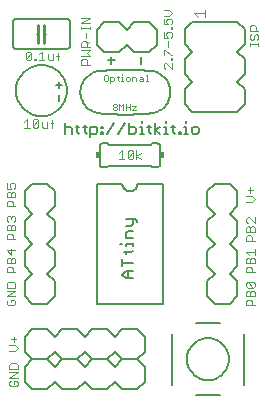
<source format=gto>
G75*
%MOIN*%
%OFA0B0*%
%FSLAX24Y24*%
%IPPOS*%
%LPD*%
%AMOC8*
5,1,8,0,0,1.08239X$1,22.5*
%
%ADD10C,0.0040*%
%ADD11C,0.0050*%
%ADD12C,0.0080*%
%ADD13C,0.0060*%
%ADD14C,0.0100*%
%ADD15C,0.0070*%
%ADD16R,0.0150X0.0200*%
%ADD17C,0.0030*%
D10*
X001126Y001145D02*
X001313Y001145D01*
X001360Y001192D01*
X001360Y001285D01*
X001313Y001332D01*
X001220Y001332D01*
X001220Y001238D01*
X001126Y001145D02*
X001080Y001192D01*
X001080Y001285D01*
X001126Y001332D01*
X001080Y001440D02*
X001360Y001626D01*
X001080Y001626D01*
X001080Y001734D02*
X001080Y001874D01*
X001126Y001921D01*
X001313Y001921D01*
X001360Y001874D01*
X001360Y001734D01*
X001080Y001734D01*
X001080Y001440D02*
X001360Y001440D01*
X001267Y002326D02*
X001080Y002326D01*
X001080Y002513D02*
X001267Y002513D01*
X001360Y002419D01*
X001267Y002326D01*
X001220Y002621D02*
X001220Y002807D01*
X001313Y002714D02*
X001126Y002714D01*
X001046Y003850D02*
X001000Y003897D01*
X001000Y003990D01*
X001046Y004037D01*
X001140Y004037D02*
X001140Y003943D01*
X001140Y004037D02*
X001233Y004037D01*
X001280Y003990D01*
X001280Y003897D01*
X001233Y003850D01*
X001046Y003850D01*
X001000Y004145D02*
X001280Y004331D01*
X001000Y004331D01*
X001000Y004439D02*
X001000Y004579D01*
X001046Y004626D01*
X001233Y004626D01*
X001280Y004579D01*
X001280Y004439D01*
X001000Y004439D01*
X001000Y004145D02*
X001280Y004145D01*
X001280Y004950D02*
X001000Y004950D01*
X001000Y005090D01*
X001046Y005137D01*
X001140Y005137D01*
X001187Y005090D01*
X001187Y004950D01*
X001140Y005245D02*
X001140Y005385D01*
X001187Y005431D01*
X001233Y005431D01*
X001280Y005385D01*
X001280Y005245D01*
X001000Y005245D01*
X001000Y005385D01*
X001046Y005431D01*
X001093Y005431D01*
X001140Y005385D01*
X001140Y005539D02*
X001140Y005726D01*
X001280Y005679D02*
X001000Y005679D01*
X001140Y005539D01*
X001187Y006050D02*
X001187Y006190D01*
X001140Y006237D01*
X001046Y006237D01*
X001000Y006190D01*
X001000Y006050D01*
X001280Y006050D01*
X001280Y006345D02*
X001280Y006485D01*
X001233Y006531D01*
X001187Y006531D01*
X001140Y006485D01*
X001140Y006345D01*
X001140Y006485D02*
X001093Y006531D01*
X001046Y006531D01*
X001000Y006485D01*
X001000Y006345D01*
X001280Y006345D01*
X001233Y006639D02*
X001280Y006686D01*
X001280Y006779D01*
X001233Y006826D01*
X001187Y006826D01*
X001140Y006779D01*
X001140Y006733D01*
X001140Y006779D02*
X001093Y006826D01*
X001046Y006826D01*
X001000Y006779D01*
X001000Y006686D01*
X001046Y006639D01*
X001000Y007150D02*
X001000Y007290D01*
X001046Y007337D01*
X001140Y007337D01*
X001187Y007290D01*
X001187Y007150D01*
X001280Y007150D02*
X001000Y007150D01*
X001000Y007445D02*
X001000Y007585D01*
X001046Y007631D01*
X001093Y007631D01*
X001140Y007585D01*
X001140Y007445D01*
X001140Y007585D02*
X001187Y007631D01*
X001233Y007631D01*
X001280Y007585D01*
X001280Y007445D01*
X001000Y007445D01*
X001000Y007739D02*
X001140Y007739D01*
X001093Y007833D01*
X001093Y007879D01*
X001140Y007926D01*
X001233Y007926D01*
X001280Y007879D01*
X001280Y007786D01*
X001233Y007739D01*
X001000Y007739D02*
X001000Y007926D01*
X001570Y009775D02*
X001757Y009775D01*
X001663Y009775D02*
X001663Y010055D01*
X001570Y009962D01*
X001865Y010009D02*
X001865Y009822D01*
X002051Y010009D01*
X002051Y009822D01*
X002005Y009775D01*
X001911Y009775D01*
X001865Y009822D01*
X001865Y010009D02*
X001911Y010055D01*
X002005Y010055D01*
X002051Y010009D01*
X002159Y009962D02*
X002159Y009822D01*
X002206Y009775D01*
X002346Y009775D01*
X002346Y009962D01*
X002454Y009915D02*
X002547Y009915D01*
X002501Y010009D02*
X002547Y010055D01*
X002501Y010009D02*
X002501Y009775D01*
X003480Y011870D02*
X003480Y012010D01*
X003526Y012057D01*
X003620Y012057D01*
X003667Y012010D01*
X003667Y011870D01*
X003760Y011870D02*
X003480Y011870D01*
X003480Y012165D02*
X003760Y012165D01*
X003667Y012258D01*
X003760Y012351D01*
X003480Y012351D01*
X003480Y012459D02*
X003480Y012599D01*
X003526Y012646D01*
X003620Y012646D01*
X003667Y012599D01*
X003667Y012459D01*
X003760Y012459D02*
X003480Y012459D01*
X003667Y012553D02*
X003760Y012646D01*
X003620Y012754D02*
X003620Y012941D01*
X003480Y013049D02*
X003480Y013142D01*
X003480Y013095D02*
X003760Y013095D01*
X003760Y013049D02*
X003760Y013142D01*
X003760Y013245D02*
X003480Y013245D01*
X003760Y013432D01*
X003480Y013432D01*
X002745Y012305D02*
X002698Y012259D01*
X002698Y012025D01*
X002651Y012165D02*
X002745Y012165D01*
X002543Y012212D02*
X002543Y012025D01*
X002403Y012025D01*
X002357Y012072D01*
X002357Y012212D01*
X002249Y012025D02*
X002062Y012025D01*
X002155Y012025D02*
X002155Y012305D01*
X002062Y012212D01*
X001961Y012072D02*
X001961Y012025D01*
X001915Y012025D01*
X001915Y012072D01*
X001961Y012072D01*
X001807Y012072D02*
X001807Y012259D01*
X001620Y012072D01*
X001667Y012025D01*
X001760Y012025D01*
X001807Y012072D01*
X001807Y012259D02*
X001760Y012305D01*
X001667Y012305D01*
X001620Y012259D01*
X001620Y012072D01*
X004220Y011492D02*
X004220Y011358D01*
X004253Y011325D01*
X004320Y011325D01*
X004353Y011358D01*
X004353Y011492D01*
X004320Y011525D01*
X004253Y011525D01*
X004220Y011492D01*
X004441Y011458D02*
X004441Y011258D01*
X004441Y011325D02*
X004541Y011325D01*
X004574Y011358D01*
X004574Y011425D01*
X004541Y011458D01*
X004441Y011458D01*
X004662Y011458D02*
X004729Y011458D01*
X004695Y011492D02*
X004695Y011358D01*
X004729Y011325D01*
X004809Y011325D02*
X004876Y011325D01*
X004843Y011325D02*
X004843Y011458D01*
X004809Y011458D01*
X004843Y011525D02*
X004843Y011559D01*
X004957Y011425D02*
X004957Y011358D01*
X004990Y011325D01*
X005057Y011325D01*
X005090Y011358D01*
X005090Y011425D01*
X005057Y011458D01*
X004990Y011458D01*
X004957Y011425D01*
X005178Y011458D02*
X005178Y011325D01*
X005178Y011458D02*
X005278Y011458D01*
X005311Y011425D01*
X005311Y011325D01*
X005399Y011358D02*
X005432Y011392D01*
X005532Y011392D01*
X005532Y011425D02*
X005532Y011325D01*
X005432Y011325D01*
X005399Y011358D01*
X005432Y011458D02*
X005499Y011458D01*
X005532Y011425D01*
X005620Y011325D02*
X005686Y011325D01*
X005653Y011325D02*
X005653Y011525D01*
X005620Y011525D01*
X006220Y011784D02*
X006266Y011737D01*
X006220Y011784D02*
X006220Y011878D01*
X006266Y011924D01*
X006313Y011924D01*
X006500Y011737D01*
X006500Y011924D01*
X006500Y012032D02*
X006500Y012079D01*
X006453Y012079D01*
X006453Y012032D01*
X006500Y012032D01*
X006500Y012179D02*
X006453Y012179D01*
X006266Y012366D01*
X006220Y012366D01*
X006220Y012179D01*
X006360Y012474D02*
X006360Y012661D01*
X006360Y012769D02*
X006313Y012862D01*
X006313Y012909D01*
X006360Y012956D01*
X006453Y012956D01*
X006500Y012909D01*
X006500Y012815D01*
X006453Y012769D01*
X006360Y012769D02*
X006220Y012769D01*
X006220Y012956D01*
X006220Y013211D02*
X006360Y013211D01*
X006313Y013304D01*
X006313Y013351D01*
X006360Y013398D01*
X006453Y013398D01*
X006500Y013351D01*
X006500Y013257D01*
X006453Y013211D01*
X006453Y013110D02*
X006500Y013110D01*
X006500Y013063D01*
X006453Y013063D01*
X006453Y013110D01*
X006220Y013211D02*
X006220Y013398D01*
X006220Y013505D02*
X006407Y013505D01*
X006500Y013599D01*
X006407Y013692D01*
X006220Y013692D01*
X007245Y013577D02*
X007605Y013577D01*
X007605Y013457D02*
X007605Y013697D01*
X007365Y013457D02*
X007245Y013577D01*
X009100Y013131D02*
X009100Y012991D01*
X009380Y012991D01*
X009287Y012991D02*
X009287Y013131D01*
X009240Y013178D01*
X009146Y013178D01*
X009100Y013131D01*
X009146Y012883D02*
X009100Y012837D01*
X009100Y012743D01*
X009146Y012696D01*
X009193Y012696D01*
X009240Y012743D01*
X009240Y012837D01*
X009287Y012883D01*
X009333Y012883D01*
X009380Y012837D01*
X009380Y012743D01*
X009333Y012696D01*
X009380Y012593D02*
X009380Y012500D01*
X009380Y012547D02*
X009100Y012547D01*
X009100Y012593D02*
X009100Y012500D01*
X009115Y007781D02*
X009115Y007595D01*
X009162Y007487D02*
X008975Y007487D01*
X008975Y007300D02*
X009162Y007300D01*
X009255Y007393D01*
X009162Y007487D01*
X009208Y007688D02*
X009021Y007688D01*
X009021Y006776D02*
X008975Y006729D01*
X008975Y006636D01*
X009021Y006589D01*
X009021Y006481D02*
X009068Y006481D01*
X009115Y006435D01*
X009115Y006295D01*
X009115Y006187D02*
X009021Y006187D01*
X008975Y006140D01*
X008975Y006000D01*
X009255Y006000D01*
X009162Y006000D02*
X009162Y006140D01*
X009115Y006187D01*
X009255Y006295D02*
X008975Y006295D01*
X008975Y006435D01*
X009021Y006481D01*
X009115Y006435D02*
X009162Y006481D01*
X009208Y006481D01*
X009255Y006435D01*
X009255Y006295D01*
X009255Y006589D02*
X009068Y006776D01*
X009021Y006776D01*
X009255Y006776D02*
X009255Y006589D01*
X009255Y005726D02*
X009255Y005539D01*
X009255Y005633D02*
X008975Y005633D01*
X009068Y005539D01*
X009068Y005431D02*
X009021Y005431D01*
X008975Y005385D01*
X008975Y005245D01*
X009255Y005245D01*
X009255Y005385D01*
X009208Y005431D01*
X009162Y005431D01*
X009115Y005385D01*
X009115Y005245D01*
X009115Y005137D02*
X009021Y005137D01*
X008975Y005090D01*
X008975Y004950D01*
X009255Y004950D01*
X009162Y004950D02*
X009162Y005090D01*
X009115Y005137D01*
X009115Y005385D02*
X009068Y005431D01*
X009021Y004626D02*
X009208Y004439D01*
X009255Y004486D01*
X009255Y004579D01*
X009208Y004626D01*
X009021Y004626D01*
X008975Y004579D01*
X008975Y004486D01*
X009021Y004439D01*
X009208Y004439D01*
X009208Y004331D02*
X009255Y004285D01*
X009255Y004145D01*
X008975Y004145D01*
X008975Y004285D01*
X009021Y004331D01*
X009068Y004331D01*
X009115Y004285D01*
X009115Y004145D01*
X009115Y004037D02*
X009021Y004037D01*
X008975Y003990D01*
X008975Y003850D01*
X009255Y003850D01*
X009162Y003850D02*
X009162Y003990D01*
X009115Y004037D01*
X009115Y004285D02*
X009162Y004331D01*
X009208Y004331D01*
X005316Y010375D02*
X005183Y010375D01*
X005316Y010508D01*
X005183Y010508D01*
X005095Y010475D02*
X004962Y010475D01*
X004962Y010375D02*
X004962Y010575D01*
X004874Y010575D02*
X004874Y010375D01*
X004741Y010375D02*
X004741Y010575D01*
X004808Y010508D01*
X004874Y010575D01*
X005095Y010575D02*
X005095Y010375D01*
X004653Y010408D02*
X004620Y010375D01*
X004553Y010375D01*
X004520Y010408D01*
X004520Y010442D01*
X004553Y010475D01*
X004620Y010475D01*
X004653Y010442D01*
X004653Y010408D01*
X004620Y010475D02*
X004653Y010508D01*
X004653Y010542D01*
X004620Y010575D01*
X004553Y010575D01*
X004520Y010542D01*
X004520Y010508D01*
X004553Y010475D01*
D11*
X004568Y009925D02*
X004335Y009574D01*
X004209Y009574D02*
X004209Y009633D01*
X004150Y009633D01*
X004150Y009574D01*
X004209Y009574D01*
X004209Y009749D02*
X004150Y009749D01*
X004150Y009808D01*
X004209Y009808D01*
X004209Y009749D01*
X004016Y009749D02*
X004016Y009633D01*
X003957Y009574D01*
X003782Y009574D01*
X003782Y009458D02*
X003782Y009808D01*
X003957Y009808D01*
X004016Y009749D01*
X003653Y009808D02*
X003536Y009808D01*
X003595Y009866D02*
X003595Y009633D01*
X003653Y009574D01*
X003408Y009574D02*
X003349Y009633D01*
X003349Y009866D01*
X003291Y009808D02*
X003408Y009808D01*
X003156Y009749D02*
X003156Y009574D01*
X003156Y009749D02*
X003098Y009808D01*
X002981Y009808D01*
X002923Y009749D01*
X002923Y009574D02*
X002923Y009925D01*
X004050Y010255D02*
X003998Y010265D01*
X003947Y010279D01*
X003897Y010297D01*
X003849Y010318D01*
X003802Y010343D01*
X003758Y010371D01*
X003715Y010403D01*
X003675Y010437D01*
X003638Y010475D01*
X003604Y010515D01*
X003572Y010557D01*
X003544Y010602D01*
X003520Y010649D01*
X003499Y010697D01*
X003481Y010747D01*
X003468Y010798D01*
X003458Y010850D01*
X003452Y010902D01*
X003450Y010955D01*
X003452Y011008D01*
X003458Y011060D01*
X003468Y011112D01*
X003481Y011163D01*
X003499Y011213D01*
X003520Y011261D01*
X003544Y011308D01*
X003572Y011353D01*
X003604Y011395D01*
X003638Y011435D01*
X003675Y011473D01*
X003715Y011507D01*
X003758Y011539D01*
X003802Y011567D01*
X003849Y011592D01*
X003897Y011613D01*
X003947Y011631D01*
X003998Y011645D01*
X004050Y011655D01*
X004358Y012022D02*
X004592Y012022D01*
X004475Y011905D02*
X004475Y012139D01*
X005475Y012139D02*
X005475Y011905D01*
X005850Y011655D02*
X005902Y011645D01*
X005953Y011631D01*
X006003Y011613D01*
X006051Y011592D01*
X006098Y011567D01*
X006142Y011539D01*
X006185Y011507D01*
X006225Y011473D01*
X006262Y011435D01*
X006296Y011395D01*
X006328Y011353D01*
X006356Y011308D01*
X006380Y011261D01*
X006401Y011213D01*
X006419Y011163D01*
X006432Y011112D01*
X006442Y011060D01*
X006448Y011008D01*
X006450Y010955D01*
X006448Y010902D01*
X006442Y010850D01*
X006432Y010798D01*
X006419Y010747D01*
X006401Y010697D01*
X006380Y010649D01*
X006356Y010602D01*
X006328Y010557D01*
X006296Y010515D01*
X006262Y010475D01*
X006225Y010437D01*
X006185Y010403D01*
X006142Y010371D01*
X006098Y010343D01*
X006051Y010318D01*
X006003Y010297D01*
X005953Y010279D01*
X005902Y010265D01*
X005850Y010255D01*
X005931Y009925D02*
X005931Y009574D01*
X005931Y009691D02*
X006106Y009808D01*
X006237Y009808D02*
X006296Y009808D01*
X006296Y009574D01*
X006354Y009574D02*
X006237Y009574D01*
X006106Y009574D02*
X005931Y009691D01*
X005802Y009574D02*
X005743Y009633D01*
X005743Y009866D01*
X005685Y009808D02*
X005802Y009808D01*
X005556Y009574D02*
X005439Y009574D01*
X005498Y009574D02*
X005498Y009808D01*
X005439Y009808D01*
X005498Y009925D02*
X005498Y009983D01*
X005305Y009749D02*
X005246Y009808D01*
X005071Y009808D01*
X005071Y009925D02*
X005071Y009574D01*
X005246Y009574D01*
X005305Y009633D01*
X005305Y009749D01*
X004936Y009925D02*
X004703Y009574D01*
X006296Y009925D02*
X006296Y009983D01*
X006483Y009808D02*
X006600Y009808D01*
X006541Y009866D02*
X006541Y009633D01*
X006600Y009574D01*
X006729Y009574D02*
X006729Y009633D01*
X006787Y009633D01*
X006787Y009574D01*
X006729Y009574D01*
X006913Y009574D02*
X007029Y009574D01*
X006971Y009574D02*
X006971Y009808D01*
X006913Y009808D01*
X006971Y009925D02*
X006971Y009983D01*
X007158Y009749D02*
X007158Y009633D01*
X007217Y009574D01*
X007333Y009574D01*
X007392Y009633D01*
X007392Y009749D01*
X007333Y009808D01*
X007217Y009808D01*
X007158Y009749D01*
X005850Y010255D02*
X005671Y010237D01*
X005491Y010223D01*
X005311Y010213D01*
X005130Y010207D01*
X004950Y010205D01*
X004770Y010207D01*
X004589Y010213D01*
X004409Y010223D01*
X004229Y010237D01*
X004050Y010255D01*
X004050Y011655D02*
X004229Y011673D01*
X004409Y011687D01*
X004589Y011697D01*
X004770Y011703D01*
X004950Y011705D01*
X005130Y011703D01*
X005311Y011697D01*
X005491Y011687D01*
X005671Y011673D01*
X005850Y011655D01*
D12*
X005750Y012280D02*
X005250Y012280D01*
X005000Y012530D01*
X004750Y012280D01*
X004250Y012280D01*
X004000Y012530D01*
X004000Y013030D01*
X004250Y013280D01*
X004750Y013280D01*
X005000Y013030D01*
X005250Y013280D01*
X005750Y013280D01*
X006000Y013030D01*
X006000Y012530D01*
X005750Y012280D01*
X007922Y007905D02*
X007672Y007655D01*
X007672Y007155D01*
X007922Y006905D01*
X007672Y006655D01*
X007672Y006155D01*
X007922Y005905D01*
X007672Y005655D01*
X007672Y005155D01*
X007922Y004905D01*
X007672Y004655D01*
X007672Y004155D01*
X007922Y003905D01*
X008422Y003905D01*
X008672Y004155D01*
X008672Y004655D01*
X008422Y004905D01*
X008672Y005155D01*
X008672Y005655D01*
X008422Y005905D01*
X008672Y006155D01*
X008672Y006655D01*
X008422Y006905D01*
X008672Y007155D01*
X008672Y007655D01*
X008422Y007905D01*
X007922Y007905D01*
X008105Y003255D02*
X007300Y003255D01*
X006500Y002905D02*
X006500Y001205D01*
X007300Y000855D02*
X008093Y000855D01*
X008900Y001205D02*
X008900Y002905D01*
X007000Y002055D02*
X007002Y002107D01*
X007008Y002159D01*
X007018Y002211D01*
X007031Y002261D01*
X007048Y002311D01*
X007069Y002359D01*
X007094Y002405D01*
X007122Y002449D01*
X007153Y002491D01*
X007187Y002531D01*
X007224Y002568D01*
X007264Y002602D01*
X007306Y002633D01*
X007350Y002661D01*
X007396Y002686D01*
X007444Y002707D01*
X007494Y002724D01*
X007544Y002737D01*
X007596Y002747D01*
X007648Y002753D01*
X007700Y002755D01*
X007752Y002753D01*
X007804Y002747D01*
X007856Y002737D01*
X007906Y002724D01*
X007956Y002707D01*
X008004Y002686D01*
X008050Y002661D01*
X008094Y002633D01*
X008136Y002602D01*
X008176Y002568D01*
X008213Y002531D01*
X008247Y002491D01*
X008278Y002449D01*
X008306Y002405D01*
X008331Y002359D01*
X008352Y002311D01*
X008369Y002261D01*
X008382Y002211D01*
X008392Y002159D01*
X008398Y002107D01*
X008400Y002055D01*
X008398Y002003D01*
X008392Y001951D01*
X008382Y001899D01*
X008369Y001849D01*
X008352Y001799D01*
X008331Y001751D01*
X008306Y001705D01*
X008278Y001661D01*
X008247Y001619D01*
X008213Y001579D01*
X008176Y001542D01*
X008136Y001508D01*
X008094Y001477D01*
X008050Y001449D01*
X008004Y001424D01*
X007956Y001403D01*
X007906Y001386D01*
X007856Y001373D01*
X007804Y001363D01*
X007752Y001357D01*
X007700Y001355D01*
X007648Y001357D01*
X007596Y001363D01*
X007544Y001373D01*
X007494Y001386D01*
X007444Y001403D01*
X007396Y001424D01*
X007350Y001449D01*
X007306Y001477D01*
X007264Y001508D01*
X007224Y001542D01*
X007187Y001579D01*
X007153Y001619D01*
X007122Y001661D01*
X007094Y001705D01*
X007069Y001751D01*
X007048Y001799D01*
X007031Y001849D01*
X007018Y001899D01*
X007008Y001951D01*
X007002Y002003D01*
X007000Y002055D01*
X005600Y001805D02*
X005600Y001305D01*
X005350Y001055D01*
X004850Y001055D01*
X004600Y001305D01*
X004350Y001055D01*
X003850Y001055D01*
X003600Y001305D01*
X003350Y001055D01*
X002850Y001055D01*
X002600Y001305D01*
X002350Y001055D01*
X001850Y001055D01*
X001600Y001305D01*
X001600Y001805D01*
X001850Y002055D01*
X002350Y002055D01*
X002600Y001805D01*
X002850Y002055D01*
X003350Y002055D01*
X003600Y001805D01*
X003850Y002055D01*
X004350Y002055D01*
X004600Y001805D01*
X004850Y002055D01*
X005350Y002055D01*
X005600Y001805D01*
X005350Y002055D02*
X004850Y002055D01*
X004600Y002305D01*
X004350Y002055D01*
X003850Y002055D01*
X003600Y002305D01*
X003350Y002055D01*
X002850Y002055D01*
X002600Y002305D01*
X002350Y002055D01*
X001850Y002055D01*
X001600Y002305D01*
X001600Y002805D01*
X001850Y003055D01*
X002350Y003055D01*
X002600Y002805D01*
X002850Y003055D01*
X003350Y003055D01*
X003600Y002805D01*
X003850Y003055D01*
X004350Y003055D01*
X004600Y002805D01*
X004850Y003055D01*
X005350Y003055D01*
X005600Y002805D01*
X005600Y002305D01*
X005350Y002055D01*
X002600Y004155D02*
X002350Y003905D01*
X001850Y003905D01*
X001600Y004155D01*
X001600Y004655D01*
X001850Y004905D01*
X001600Y005155D01*
X001600Y005655D01*
X001850Y005905D01*
X001600Y006155D01*
X001600Y006655D01*
X001850Y006905D01*
X001600Y007155D01*
X001600Y007655D01*
X001850Y007905D01*
X002350Y007905D01*
X002600Y007655D01*
X002600Y007155D01*
X002350Y006905D01*
X002600Y006655D01*
X002600Y006155D01*
X002350Y005905D01*
X002600Y005655D01*
X002600Y005155D01*
X002350Y004905D01*
X002600Y004655D01*
X002600Y004155D01*
D13*
X004000Y003905D02*
X006200Y003905D01*
X006200Y007905D01*
X005350Y007905D01*
X005348Y007875D01*
X005343Y007845D01*
X005334Y007816D01*
X005321Y007789D01*
X005306Y007763D01*
X005287Y007739D01*
X005266Y007718D01*
X005242Y007699D01*
X005216Y007684D01*
X005189Y007671D01*
X005160Y007662D01*
X005130Y007657D01*
X005100Y007655D01*
X005070Y007657D01*
X005040Y007662D01*
X005011Y007671D01*
X004984Y007684D01*
X004958Y007699D01*
X004934Y007718D01*
X004913Y007739D01*
X004894Y007763D01*
X004879Y007789D01*
X004866Y007816D01*
X004857Y007845D01*
X004852Y007875D01*
X004850Y007905D01*
X004000Y007905D01*
X004000Y003905D01*
X004200Y008455D02*
X004350Y008455D01*
X004400Y008505D01*
X005800Y008505D01*
X005850Y008455D01*
X006000Y008455D01*
X006017Y008457D01*
X006034Y008461D01*
X006050Y008468D01*
X006064Y008478D01*
X006077Y008491D01*
X006087Y008505D01*
X006094Y008521D01*
X006098Y008538D01*
X006100Y008555D01*
X006100Y009155D01*
X006098Y009172D01*
X006094Y009189D01*
X006087Y009205D01*
X006077Y009219D01*
X006064Y009232D01*
X006050Y009242D01*
X006034Y009249D01*
X006017Y009253D01*
X006000Y009255D01*
X005850Y009255D01*
X005800Y009205D01*
X004400Y009205D01*
X004350Y009255D01*
X004200Y009255D01*
X004183Y009253D01*
X004166Y009249D01*
X004150Y009242D01*
X004136Y009232D01*
X004123Y009219D01*
X004113Y009205D01*
X004106Y009189D01*
X004102Y009172D01*
X004100Y009155D01*
X004100Y008555D01*
X004102Y008538D01*
X004106Y008521D01*
X004113Y008505D01*
X004123Y008491D01*
X004136Y008478D01*
X004150Y008468D01*
X004166Y008461D01*
X004183Y008457D01*
X004200Y008455D01*
X002750Y010655D02*
X002750Y010855D01*
X002750Y011105D02*
X002750Y011305D01*
X002650Y011205D02*
X002850Y011205D01*
X001300Y011005D02*
X001302Y011063D01*
X001308Y011121D01*
X001318Y011178D01*
X001332Y011234D01*
X001349Y011290D01*
X001370Y011344D01*
X001395Y011396D01*
X001424Y011447D01*
X001456Y011495D01*
X001491Y011541D01*
X001529Y011585D01*
X001570Y011626D01*
X001614Y011664D01*
X001660Y011699D01*
X001708Y011731D01*
X001759Y011760D01*
X001811Y011785D01*
X001865Y011806D01*
X001921Y011823D01*
X001977Y011837D01*
X002034Y011847D01*
X002092Y011853D01*
X002150Y011855D01*
X002208Y011853D01*
X002266Y011847D01*
X002323Y011837D01*
X002379Y011823D01*
X002435Y011806D01*
X002489Y011785D01*
X002541Y011760D01*
X002592Y011731D01*
X002640Y011699D01*
X002686Y011664D01*
X002730Y011626D01*
X002771Y011585D01*
X002809Y011541D01*
X002844Y011495D01*
X002876Y011447D01*
X002905Y011396D01*
X002930Y011344D01*
X002951Y011290D01*
X002968Y011234D01*
X002982Y011178D01*
X002992Y011121D01*
X002998Y011063D01*
X003000Y011005D01*
X002998Y010947D01*
X002992Y010889D01*
X002982Y010832D01*
X002968Y010776D01*
X002951Y010720D01*
X002930Y010666D01*
X002905Y010614D01*
X002876Y010563D01*
X002844Y010515D01*
X002809Y010469D01*
X002771Y010425D01*
X002730Y010384D01*
X002686Y010346D01*
X002640Y010311D01*
X002592Y010279D01*
X002541Y010250D01*
X002489Y010225D01*
X002435Y010204D01*
X002379Y010187D01*
X002323Y010173D01*
X002266Y010163D01*
X002208Y010157D01*
X002150Y010155D01*
X002092Y010157D01*
X002034Y010163D01*
X001977Y010173D01*
X001921Y010187D01*
X001865Y010204D01*
X001811Y010225D01*
X001759Y010250D01*
X001708Y010279D01*
X001660Y010311D01*
X001614Y010346D01*
X001570Y010384D01*
X001529Y010425D01*
X001491Y010469D01*
X001456Y010515D01*
X001424Y010563D01*
X001395Y010614D01*
X001370Y010666D01*
X001349Y010720D01*
X001332Y010776D01*
X001318Y010832D01*
X001308Y010889D01*
X001302Y010947D01*
X001300Y011005D01*
X001300Y012405D02*
X003000Y012405D01*
X003017Y012407D01*
X003034Y012411D01*
X003050Y012418D01*
X003064Y012428D01*
X003077Y012441D01*
X003087Y012455D01*
X003094Y012471D01*
X003098Y012488D01*
X003100Y012505D01*
X003100Y013305D01*
X003098Y013322D01*
X003094Y013339D01*
X003087Y013355D01*
X003077Y013369D01*
X003064Y013382D01*
X003050Y013392D01*
X003034Y013399D01*
X003017Y013403D01*
X003000Y013405D01*
X001300Y013405D01*
X001283Y013403D01*
X001266Y013399D01*
X001250Y013392D01*
X001236Y013382D01*
X001223Y013369D01*
X001213Y013355D01*
X001206Y013339D01*
X001202Y013322D01*
X001200Y013305D01*
X001200Y012505D01*
X001202Y012488D01*
X001206Y012471D01*
X001213Y012455D01*
X001223Y012441D01*
X001236Y012428D01*
X001250Y012418D01*
X001266Y012411D01*
X001283Y012407D01*
X001300Y012405D01*
X002000Y012905D02*
X002050Y012905D01*
X002250Y012905D02*
X002300Y012905D01*
X006925Y013055D02*
X006925Y012555D01*
X007175Y012305D01*
X006925Y012055D01*
X006925Y011555D01*
X007175Y011305D01*
X006925Y011055D01*
X006925Y010555D01*
X007175Y010305D01*
X008675Y010305D01*
X008925Y010555D01*
X008925Y011055D01*
X008675Y011305D01*
X008925Y011555D01*
X008925Y012055D01*
X008675Y012305D01*
X008925Y012555D01*
X008925Y013055D01*
X008675Y013305D01*
X007175Y013305D01*
X006925Y013055D01*
D14*
X002250Y012905D02*
X002250Y012605D01*
X002050Y012605D02*
X002050Y012905D01*
X002050Y013205D01*
X002250Y013205D02*
X002250Y012905D01*
D15*
X004967Y006732D02*
X005273Y006732D01*
X005334Y006671D01*
X005334Y006610D01*
X005212Y006549D02*
X005212Y006732D01*
X005212Y006549D02*
X005151Y006488D01*
X004967Y006488D01*
X005028Y006330D02*
X004967Y006269D01*
X004967Y006085D01*
X005212Y006085D01*
X005212Y005939D02*
X005212Y005817D01*
X005212Y005878D02*
X004967Y005878D01*
X004967Y005817D01*
X004845Y005878D02*
X004783Y005878D01*
X004967Y005671D02*
X004967Y005549D01*
X004906Y005610D02*
X005151Y005610D01*
X005212Y005671D01*
X005212Y005269D02*
X004845Y005269D01*
X004845Y005391D02*
X004845Y005146D01*
X004967Y004989D02*
X005212Y004989D01*
X005028Y004989D02*
X005028Y004744D01*
X004967Y004744D02*
X004845Y004866D01*
X004967Y004989D01*
X004967Y004744D02*
X005212Y004744D01*
X005212Y006330D02*
X005028Y006330D01*
D16*
X004025Y008855D03*
X006175Y008855D03*
D17*
X005459Y008912D02*
X005314Y008815D01*
X005459Y008719D01*
X005314Y008719D02*
X005314Y009009D01*
X005213Y008960D02*
X005020Y008767D01*
X005068Y008719D01*
X005165Y008719D01*
X005213Y008767D01*
X005213Y008960D01*
X005165Y009009D01*
X005068Y009009D01*
X005020Y008960D01*
X005020Y008767D01*
X004918Y008719D02*
X004725Y008719D01*
X004822Y008719D02*
X004822Y009009D01*
X004725Y008912D01*
M02*

</source>
